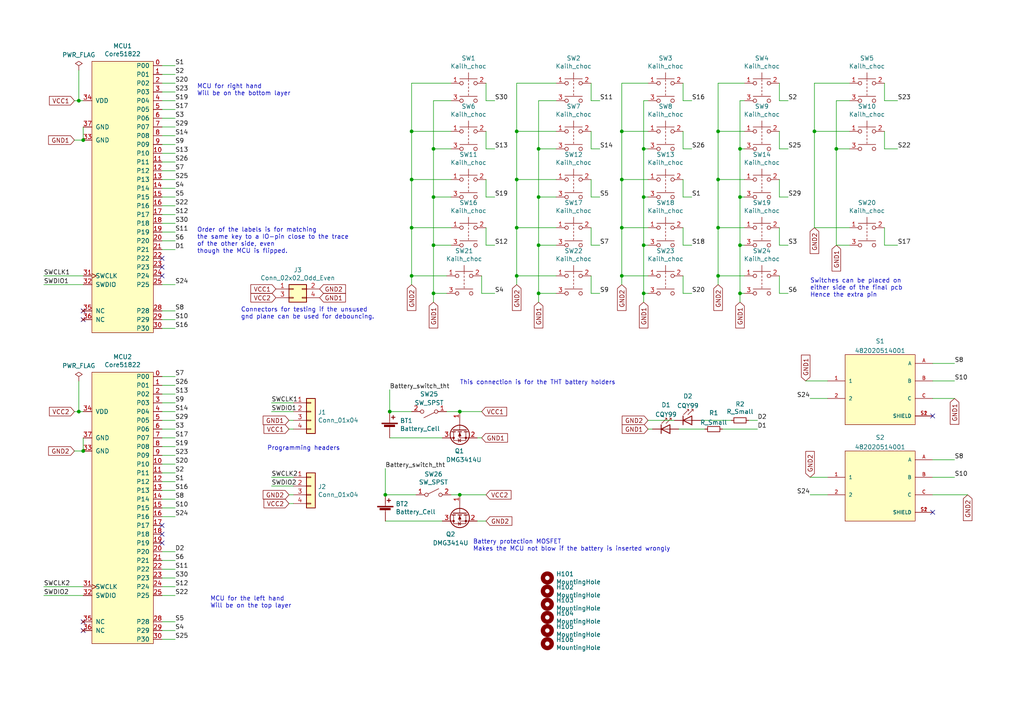
<source format=kicad_sch>
(kicad_sch (version 20211123) (generator eeschema)
  (paper "A4")
  (title_block (title "Botkeeb") (date "2020-11-13") (rev "1.0") (company "Mojitas upcoming company"))
  (lib_symbols
    (symbol "Connector_Generic:Conn_01x04" (pin_names (offset 1.016) hide)
      (property "Reference" "J" (at 0 5.08 0))
      (property "Value" "Conn_01x04" (at 0 -7.62 0))
      (symbol "Conn_01x04_1_1"
        (rectangle (start -1.27 -4.953) (end 0 -5.207) (stroke (width 0.1524)))
        (rectangle (start -1.27 -2.413) (end 0 -2.667) (stroke (width 0.1524)))
        (rectangle (start -1.27 0.127) (end 0 -0.127) (stroke (width 0.1524)))
        (rectangle (start -1.27 2.667) (end 0 2.413) (stroke (width 0.1524)))
        (rectangle (start -1.27 3.81) (end 1.27 -6.35) (stroke (width 0.254)) (fill (type background)))
        (pin passive line (at -5.08 2.54 0) (length 3.81) (name "Pin_1") (number "1"))
        (pin passive line (at -5.08 0 0) (length 3.81) (name "Pin_2") (number "2"))
        (pin passive line (at -5.08 -2.54 0) (length 3.81) (name "Pin_3") (number "3"))
        (pin passive line (at -5.08 -5.08 0) (length 3.81) (name "Pin_4") (number "4"))
      )
    )
    (symbol "Connector_Generic:Conn_02x02_Odd_Even" (pin_names (offset 1.016) hide)
      (property "Reference" "J" (at 1.27 2.54 0))
      (property "Value" "Conn_02x02_Odd_Even" (at 1.27 -5.08 0))
      (symbol "Conn_02x02_Odd_Even_1_1"
        (rectangle (start -1.27 -2.413) (end 0 -2.667) (stroke (width 0.1524)))
        (rectangle (start -1.27 0.127) (end 0 -0.127) (stroke (width 0.1524)))
        (rectangle (start -1.27 1.27) (end 3.81 -3.81) (stroke (width 0.254)) (fill (type background)))
        (rectangle (start 3.81 -2.413) (end 2.54 -2.667) (stroke (width 0.1524)))
        (rectangle (start 3.81 0.127) (end 2.54 -0.127) (stroke (width 0.1524)))
        (pin passive line (at -5.08 0 0) (length 3.81) (name "Pin_1") (number "1"))
        (pin passive line (at 7.62 0 180) (length 3.81) (name "Pin_2") (number "2"))
        (pin passive line (at -5.08 -2.54 0) (length 3.81) (name "Pin_3") (number "3"))
        (pin passive line (at 7.62 -2.54 180) (length 3.81) (name "Pin_4") (number "4"))
      )
    )
    (symbol "Device:Battery_Cell" (pin_numbers hide) (pin_names (offset 0) hide)
      (property "Reference" "BT" (at 2.54 2.54 0))
      (property "Value" "Battery_Cell" (at 2.54 0 0))
      (symbol "Battery_Cell_0_1"
        (rectangle (start -2.286 1.778) (end 2.286 1.524) (fill (type outline)))
        (rectangle (start -1.5748 1.1938) (end 1.4732 0.6858) (fill (type outline)))
        (polyline (pts (xy 0 0.762) (xy 0 0)))
        (polyline (pts (xy 0 1.778) (xy 0 2.54)))
        (polyline (pts (xy 0.508 3.429) (xy 1.524 3.429)) (stroke (width 0.254)))
        (polyline (pts (xy 1.016 3.937) (xy 1.016 2.921)) (stroke (width 0.254)))
      )
      (symbol "Battery_Cell_1_1"
        (pin passive line (at 0 5.08 270) (length 2.54) (name "+") (number "1"))
        (pin passive line (at 0 -2.54 90) (length 2.54) (name "-") (number "2"))
      )
    )
    (symbol "Device:R_Small" (pin_numbers hide) (pin_names (offset 0.254) hide)
      (property "Reference" "R" (at 0.762 0.508 0))
      (property "Value" "R_Small" (at 0.762 -1.016 0))
      (symbol "R_Small_0_1"
        (rectangle (start -0.762 1.778) (end 0.762 -1.778) (stroke (width 0.2032)))
      )
      (symbol "R_Small_1_1"
        (pin passive line (at 0 2.54 270) (length 0.762) (name "~") (number "1"))
        (pin passive line (at 0 -2.54 90) (length 0.762) (name "~") (number "2"))
      )
    )
    (symbol "LED:CQY99" (pin_numbers hide) (pin_names (offset 1.016) hide)
      (property "Reference" "D" (at 0.508 1.778 0))
      (property "Value" "CQY99" (at -1.016 -2.794 0))
      (symbol "CQY99_0_1"
        (polyline (pts (xy -2.54 1.27) (xy -2.54 -1.27)) (stroke (width 0.254)))
        (polyline (pts (xy 0 0) (xy -2.54 0)))
        (polyline (pts (xy 0.381 3.175) (xy -0.127 3.175)))
        (polyline (pts (xy -1.143 1.651) (xy 0.381 3.175) (xy 0.381 2.667)))
        (polyline (pts (xy 0 -1.27) (xy -2.54 0) (xy 0 1.27) (xy 0 -1.27)) (stroke (width 0.254)))
        (polyline (pts (xy -2.413 1.651) (xy -0.889 3.175) (xy -0.889 2.667) (xy -0.889 3.175) (xy -1.397 3.175)))
      )
      (symbol "CQY99_1_1"
        (pin passive line (at -5.08 0 0) (length 2.54) (name "K") (number "1"))
        (pin passive line (at 2.54 0 180) (length 2.54) (name "A") (number "2"))
      )
    )
    (symbol "MDU_solar:482020514001" (pin_names (offset 1.016))
      (property "Reference" "S" (at -10.16 11.43 0))
      (property "Value" "482020514001" (at -10.16 -12.7 0))
      (symbol "482020514001_0_0"
        (rectangle (start -10.16 -10.16) (end 10.16 10.16) (stroke (width 0.1524)) (fill (type background)))
        (pin passive line (at -15.24 2.54 0) (length 5.08) (name "1") (number "1"))
        (pin passive line (at -15.24 -2.54 0) (length 5.08) (name "2") (number "2"))
        (pin passive line (at 15.24 7.62 180) (length 5.08) (name "A") (number "A"))
        (pin passive line (at 15.24 2.54 180) (length 5.08) (name "B") (number "B"))
        (pin passive line (at 15.24 -2.54 180) (length 5.08) (name "C") (number "C"))
        (pin passive line (at 15.24 -7.62 180) (length 5.08) (name "SHIELD") (number "S1"))
        (pin passive line (at 15.24 -7.62 180) (length 5.08) (name "SHIELD") (number "S2"))
      )
    )
    (symbol "Mathias_ergo-rescue:Core51822-User" (pin_names (offset 1.016))
      (property "Reference" "U" (at 0 -35.56 0))
      (property "Value" "Core51822-User" (at -2.54 0 0))
      (symbol "Core51822-User_0_1"
        (rectangle (start -8.89 41.91) (end 8.89 -36.83) (fill (type background)))
      )
      (symbol "Core51822-User_1_1"
        (pin bidirectional line (at 11.43 40.64 180) (length 2.54) (name "P00") (number "0"))
        (pin bidirectional line (at 11.43 38.1 180) (length 2.54) (name "P01") (number "1"))
        (pin bidirectional line (at 11.43 15.24 180) (length 2.54) (name "P10") (number "10"))
        (pin bidirectional line (at 11.43 12.7 180) (length 2.54) (name "P11") (number "11"))
        (pin bidirectional line (at 11.43 10.16 180) (length 2.54) (name "P12") (number "12"))
        (pin bidirectional line (at 11.43 7.62 180) (length 2.54) (name "P13") (number "13"))
        (pin bidirectional line (at 11.43 5.08 180) (length 2.54) (name "P14") (number "14"))
        (pin bidirectional line (at 11.43 2.54 180) (length 2.54) (name "P15") (number "15"))
        (pin bidirectional line (at 11.43 0 180) (length 2.54) (name "P16") (number "16"))
        (pin bidirectional line (at 11.43 -2.54 180) (length 2.54) (name "P17") (number "17"))
        (pin bidirectional line (at 11.43 -5.08 180) (length 2.54) (name "P18") (number "18"))
        (pin bidirectional line (at 11.43 -7.62 180) (length 2.54) (name "P19") (number "19"))
        (pin bidirectional line (at 11.43 35.56 180) (length 2.54) (name "P02") (number "2"))
        (pin bidirectional line (at 11.43 -10.16 180) (length 2.54) (name "P20") (number "20"))
        (pin bidirectional line (at 11.43 -12.7 180) (length 2.54) (name "P21") (number "21"))
        (pin bidirectional line (at 11.43 -15.24 180) (length 2.54) (name "P22") (number "22"))
        (pin bidirectional line (at 11.43 -17.78 180) (length 2.54) (name "P23") (number "23"))
        (pin bidirectional line (at 11.43 -20.32 180) (length 2.54) (name "P24") (number "24"))
        (pin bidirectional line (at 11.43 -22.86 180) (length 2.54) (name "P25") (number "25"))
        (pin bidirectional line (at 11.43 -30.48 180) (length 2.54) (name "P28") (number "28"))
        (pin bidirectional line (at 11.43 -33.02 180) (length 2.54) (name "P29") (number "29"))
        (pin bidirectional line (at 11.43 33.02 180) (length 2.54) (name "P03") (number "3"))
        (pin bidirectional line (at 11.43 -35.56 180) (length 2.54) (name "P30") (number "30"))
        (pin input clock (at -11.43 -20.32 0) (length 2.54) (name "SWCLK") (number "31"))
        (pin input line (at -11.43 -22.86 0) (length 2.54) (name "SWDIO") (number "32"))
        (pin passive line (at -11.43 19.05 0) (length 2.54) (name "GND") (number "33"))
        (pin power_in line (at -11.43 30.48 0) (length 2.54) (name "VDD") (number "34"))
        (pin no_connect line (at -11.43 -30.48 0) (length 2.54) (name "NC") (number "35"))
        (pin no_connect line (at -11.43 -33.02 0) (length 2.54) (name "NC") (number "36"))
        (pin passive line (at -11.43 22.86 0) (length 2.54) (name "GND") (number "37"))
        (pin bidirectional line (at 11.43 30.48 180) (length 2.54) (name "P04") (number "4"))
        (pin bidirectional line (at 11.43 27.94 180) (length 2.54) (name "P05") (number "5"))
        (pin bidirectional line (at 11.43 25.4 180) (length 2.54) (name "P06") (number "6"))
        (pin bidirectional line (at 11.43 22.86 180) (length 2.54) (name "P07") (number "7"))
        (pin bidirectional line (at 11.43 20.32 180) (length 2.54) (name "P08") (number "8"))
        (pin bidirectional line (at 11.43 17.78 180) (length 2.54) (name "P09") (number "9"))
      )
    )
    (symbol "Mathias_ergo-rescue:SW_Push_Dual-User_Switch" (pin_names (offset 1.016) hide)
      (property "Reference" "SW" (at 1.27 2.54 0))
      (property "Value" "SW_Push_Dual-User_Switch" (at 0 -6.858 0))
      (symbol "SW_Push_Dual-User_Switch_0_1"
        (circle (center -2.032 -5.08) (radius 0.508))
        (circle (center -2.032 0) (radius 0.508))
        (polyline (pts (xy 0 -3.048) (xy 0 -3.556)))
        (polyline (pts (xy 0 -2.032) (xy 0 -2.54)))
        (polyline (pts (xy 0 -1.524) (xy 0 -1.016)))
        (polyline (pts (xy 0 -0.508) (xy 0 0)))
        (polyline (pts (xy 0 0.508) (xy 0 1.016)))
        (polyline (pts (xy 0 1.27) (xy 0 3.048)))
        (polyline (pts (xy 2.54 -3.81) (xy -2.54 -3.81)))
        (polyline (pts (xy 2.54 1.27) (xy -2.54 1.27)))
        (circle (center 2.032 -5.08) (radius 0.508))
        (circle (center 2.032 0) (radius 0.508))
        (pin passive line (at -5.08 0 0) (length 2.54) (name "1") (number "1"))
        (pin passive line (at 5.08 0 180) (length 2.54) (name "2") (number "2"))
        (pin passive line (at -5.08 -5.08 0) (length 2.54) (name "3") (number "3"))
      )
    )
    (symbol "Mechanical:MountingHole" (pin_names (offset 1.016))
      (property "Reference" "H" (at 0 5.08 0))
      (property "Value" "MountingHole" (at 0 3.175 0))
      (symbol "MountingHole_0_1"
        (circle (center 0 0) (radius 1.27) (stroke (width 1.27)))
      )
    )
    (symbol "Switch:SW_SPST" (pin_names (offset 0) hide)
      (property "Reference" "SW" (at 0 3.175 0))
      (property "Value" "SW_SPST" (at 0 -2.54 0))
      (symbol "SW_SPST_0_0"
        (circle (center -2.032 0) (radius 0.508))
        (polyline (pts (xy -1.524 0.254) (xy 1.524 1.778)))
        (circle (center 2.032 0) (radius 0.508))
      )
      (symbol "SW_SPST_1_1"
        (pin passive line (at -5.08 0 0) (length 2.54) (name "A") (number "1"))
        (pin passive line (at 5.08 0 180) (length 2.54) (name "B") (number "2"))
      )
    )
    (symbol "Transistor_FET:DMG3414U" (pin_names hide)
      (property "Reference" "Q" (at 5.08 1.905 0))
      (property "Value" "DMG3414U" (at 5.08 0 0))
      (symbol "DMG3414U_0_1"
        (polyline (pts (xy 0.254 0) (xy -2.54 0)))
        (polyline (pts (xy 0.254 1.905) (xy 0.254 -1.905)) (stroke (width 0.254)))
        (polyline (pts (xy 0.762 -1.27) (xy 0.762 -2.286)) (stroke (width 0.254)))
        (polyline (pts (xy 0.762 0.508) (xy 0.762 -0.508)) (stroke (width 0.254)))
        (polyline (pts (xy 0.762 2.286) (xy 0.762 1.27)) (stroke (width 0.254)))
        (polyline (pts (xy 2.54 2.54) (xy 2.54 1.778)))
        (polyline (pts (xy 2.54 -2.54) (xy 2.54 0) (xy 0.762 0)))
        (polyline (pts (xy 0.762 -1.778) (xy 3.302 -1.778) (xy 3.302 1.778) (xy 0.762 1.778)))
        (polyline (pts (xy 1.016 0) (xy 2.032 0.381) (xy 2.032 -0.381) (xy 1.016 0)) (fill (type outline)))
        (polyline (pts (xy 2.794 0.508) (xy 2.921 0.381) (xy 3.683 0.381) (xy 3.81 0.254)))
        (polyline (pts (xy 3.302 0.381) (xy 2.921 -0.254) (xy 3.683 -0.254) (xy 3.302 0.381)))
        (circle (center 1.651 0) (radius 2.794) (stroke (width 0.254)))
        (circle (center 2.54 -1.778) (radius 0.254) (fill (type outline)))
        (circle (center 2.54 1.778) (radius 0.254) (fill (type outline)))
      )
      (symbol "DMG3414U_1_1"
        (pin input line (at -5.08 0 0) (length 2.54) (name "G") (number "1"))
        (pin passive line (at 2.54 -5.08 90) (length 2.54) (name "S") (number "2"))
        (pin passive line (at 2.54 5.08 270) (length 2.54) (name "D") (number "3"))
      )
    )
    (symbol "power:PWR_FLAG" (power) (pin_numbers hide) (pin_names (offset 0) hide)
      (property "Value" "PWR_FLAG" (at 0 3.81 0))
      (symbol "PWR_FLAG_0_0"
        (pin power_out line (at 0 0 90) (length 0) (name "pwr") (number "1"))
      )
      (symbol "PWR_FLAG_0_1"
        (polyline (pts (xy 0 0) (xy 0 1.27) (xy -1.016 1.905) (xy 0 2.54) (xy 1.016 1.905) (xy 0 1.27)))
      )
    )
  )
  (junction (at 113.03 119.38))
  (junction (at 208.28 52.07))
  (junction (at 180.34 52.07))
  (junction (at 186.69 43.18))
  (junction (at 180.34 80.01))
  (junction (at 236.22 38.1))
  (junction (at 214.63 85.09))
  (junction (at 125.73 71.12))
  (junction (at 242.57 43.18))
  (junction (at 214.63 57.15))
  (junction (at 24.13 40.64))
  (junction (at 24.13 130.81))
  (junction (at 149.86 80.01))
  (junction (at 125.73 57.15))
  (junction (at 119.38 66.04))
  (junction (at 156.21 43.18))
  (junction (at 208.28 66.04))
  (junction (at 22.86 29.21))
  (junction (at 156.21 85.09))
  (junction (at 186.69 57.15))
  (junction (at 214.63 71.12))
  (junction (at 22.86 119.38))
  (junction (at 186.69 85.09))
  (junction (at 208.28 38.1))
  (junction (at 149.86 66.04))
  (junction (at 156.21 71.12))
  (junction (at 208.28 80.01))
  (junction (at 119.38 38.1))
  (junction (at 125.73 43.18))
  (junction (at 149.86 52.07))
  (junction (at 133.35 143.51))
  (junction (at 214.63 43.18))
  (junction (at 156.21 57.15))
  (junction (at 119.38 52.07))
  (junction (at 119.38 80.01))
  (junction (at 111.76 143.51))
  (junction (at 186.69 71.12))
  (junction (at 180.34 38.1))
  (junction (at 125.73 85.09))
  (junction (at 180.34 66.04))
  (junction (at 149.86 38.1))
  (junction (at 133.35 119.38))
  (no_connect (at 46.99 77.47))
  (no_connect (at 24.13 182.88))
  (no_connect (at 46.99 80.01))
  (no_connect (at 24.13 90.17))
  (no_connect (at 46.99 157.48))
  (no_connect (at 46.99 154.94))
  (no_connect (at 24.13 92.71))
  (no_connect (at 270.51 120.65))
  (no_connect (at 46.99 152.4))
  (no_connect (at 24.13 180.34))
  (no_connect (at 46.99 74.93))
  (no_connect (at 270.51 148.59))
  (wire (pts (xy 85.09 124.46) (xy 83.82 124.46)))
  (wire (pts (xy 12.7 80.01) (xy 24.13 80.01)))
  (wire (pts (xy 156.21 43.18) (xy 156.21 57.15)))
  (wire (pts (xy 46.99 52.07) (xy 50.8 52.07)))
  (wire (pts (xy 125.73 29.21) (xy 125.73 43.18)))
  (wire (pts (xy 119.38 66.04) (xy 130.81 66.04)))
  (wire (pts (xy 46.99 57.15) (xy 50.8 57.15)))
  (wire (pts (xy 143.51 57.15) (xy 140.97 57.15)))
  (wire (pts (xy 214.63 71.12) (xy 214.63 85.09)))
  (wire (pts (xy 208.28 80.01) (xy 208.28 82.55)))
  (wire (pts (xy 180.34 24.13) (xy 180.34 38.1)))
  (wire (pts (xy 133.35 143.51) (xy 130.81 143.51)))
  (wire (pts (xy 149.86 66.04) (xy 149.86 80.01)))
  (wire (pts (xy 214.63 43.18) (xy 214.63 57.15)))
  (wire (pts (xy 180.34 38.1) (xy 180.34 52.07)))
  (wire (pts (xy 46.99 39.37) (xy 50.8 39.37)))
  (wire (pts (xy 46.99 62.23) (xy 50.8 62.23)))
  (wire (pts (xy 180.34 38.1) (xy 187.96 38.1)))
  (wire (pts (xy 46.99 167.64) (xy 50.8 167.64)))
  (wire (pts (xy 21.59 29.21) (xy 22.86 29.21)))
  (wire (pts (xy 226.06 80.01) (xy 226.06 85.09)))
  (wire (pts (xy 198.12 24.13) (xy 198.12 29.21)))
  (wire (pts (xy 113.03 113.03) (xy 113.03 119.38)))
  (wire (pts (xy 46.99 82.55) (xy 50.8 82.55)))
  (wire (pts (xy 149.86 38.1) (xy 149.86 52.07)))
  (wire (pts (xy 171.45 43.18) (xy 173.99 43.18)))
  (wire (pts (xy 171.45 66.04) (xy 171.45 71.12)))
  (wire (pts (xy 198.12 52.07) (xy 198.12 57.15)))
  (wire (pts (xy 12.7 172.72) (xy 24.13 172.72)))
  (wire (pts (xy 208.28 38.1) (xy 215.9 38.1)))
  (wire (pts (xy 125.73 85.09) (xy 125.73 87.63)))
  (wire (pts (xy 46.99 41.91) (xy 50.8 41.91)))
  (wire (pts (xy 119.38 38.1) (xy 119.38 52.07)))
  (wire (pts (xy 140.97 143.51) (xy 133.35 143.51)))
  (wire (pts (xy 242.57 29.21) (xy 242.57 43.18)))
  (wire (pts (xy 149.86 38.1) (xy 161.29 38.1)))
  (wire (pts (xy 200.66 71.12) (xy 198.12 71.12)))
  (wire (pts (xy 119.38 38.1) (xy 130.81 38.1)))
  (wire (pts (xy 226.06 52.07) (xy 226.06 57.15)))
  (wire (pts (xy 270.51 115.57) (xy 276.86 115.57)))
  (wire (pts (xy 236.22 38.1) (xy 246.38 38.1)))
  (wire (pts (xy 139.7 80.01) (xy 139.7 85.09)))
  (wire (pts (xy 180.34 66.04) (xy 180.34 80.01)))
  (wire (pts (xy 85.09 116.84) (xy 78.74 116.84)))
  (wire (pts (xy 236.22 24.13) (xy 236.22 38.1)))
  (wire (pts (xy 46.99 44.45) (xy 50.8 44.45)))
  (wire (pts (xy 242.57 43.18) (xy 242.57 71.12)))
  (wire (pts (xy 119.38 52.07) (xy 130.81 52.07)))
  (wire (pts (xy 180.34 52.07) (xy 187.96 52.07)))
  (wire (pts (xy 198.12 29.21) (xy 200.66 29.21)))
  (wire (pts (xy 187.96 24.13) (xy 180.34 24.13)))
  (wire (pts (xy 119.38 66.04) (xy 119.38 80.01)))
  (wire (pts (xy 46.99 90.17) (xy 50.8 90.17)))
  (wire (pts (xy 186.69 29.21) (xy 186.69 43.18)))
  (wire (pts (xy 46.99 124.46) (xy 50.8 124.46)))
  (wire (pts (xy 46.99 54.61) (xy 50.8 54.61)))
  (wire (pts (xy 270.51 110.49) (xy 276.86 110.49)))
  (wire (pts (xy 120.65 143.51) (xy 111.76 143.51)))
  (wire (pts (xy 215.9 29.21) (xy 214.63 29.21)))
  (wire (pts (xy 270.51 143.51) (xy 280.67 143.51)))
  (wire (pts (xy 270.51 133.35) (xy 276.86 133.35)))
  (wire (pts (xy 217.17 121.92) (xy 219.71 121.92)))
  (wire (pts (xy 242.57 71.12) (xy 246.38 71.12)))
  (wire (pts (xy 46.99 116.84) (xy 50.8 116.84)))
  (wire (pts (xy 226.06 85.09) (xy 228.6 85.09)))
  (wire (pts (xy 133.35 119.38) (xy 139.7 119.38)))
  (wire (pts (xy 233.68 110.49) (xy 240.03 110.49)))
  (wire (pts (xy 50.8 137.16) (xy 46.99 137.16)))
  (wire (pts (xy 12.7 170.18) (xy 24.13 170.18)))
  (wire (pts (xy 46.99 147.32) (xy 50.8 147.32)))
  (wire (pts (xy 125.73 43.18) (xy 125.73 57.15)))
  (wire (pts (xy 187.96 29.21) (xy 186.69 29.21)))
  (wire (pts (xy 24.13 127) (xy 24.13 130.81)))
  (wire (pts (xy 138.43 127) (xy 139.7 127)))
  (wire (pts (xy 187.96 43.18) (xy 186.69 43.18)))
  (wire (pts (xy 46.99 160.02) (xy 50.8 160.02)))
  (wire (pts (xy 156.21 85.09) (xy 156.21 87.63)))
  (wire (pts (xy 128.27 127) (xy 113.03 127)))
  (wire (pts (xy 226.06 24.13) (xy 226.06 29.21)))
  (wire (pts (xy 226.06 29.21) (xy 228.6 29.21)))
  (wire (pts (xy 171.45 52.07) (xy 171.45 57.15)))
  (wire (pts (xy 161.29 24.13) (xy 149.86 24.13)))
  (wire (pts (xy 196.85 124.46) (xy 204.47 124.46)))
  (wire (pts (xy 208.28 38.1) (xy 208.28 52.07)))
  (wire (pts (xy 161.29 43.18) (xy 156.21 43.18)))
  (wire (pts (xy 214.63 57.15) (xy 214.63 71.12)))
  (wire (pts (xy 46.99 72.39) (xy 50.8 72.39)))
  (wire (pts (xy 234.95 143.51) (xy 240.03 143.51)))
  (wire (pts (xy 214.63 85.09) (xy 214.63 87.63)))
  (wire (pts (xy 119.38 52.07) (xy 119.38 66.04)))
  (wire (pts (xy 208.28 24.13) (xy 208.28 38.1)))
  (wire (pts (xy 46.99 111.76) (xy 50.8 111.76)))
  (wire (pts (xy 130.81 43.18) (xy 125.73 43.18)))
  (wire (pts (xy 78.74 140.97) (xy 85.09 140.97)))
  (wire (pts (xy 187.96 124.46) (xy 189.23 124.46)))
  (wire (pts (xy 180.34 66.04) (xy 187.96 66.04)))
  (wire (pts (xy 256.54 66.04) (xy 256.54 71.12)))
  (wire (pts (xy 198.12 38.1) (xy 198.12 43.18)))
  (wire (pts (xy 12.7 82.55) (xy 24.13 82.55)))
  (wire (pts (xy 22.86 20.32) (xy 22.86 29.21)))
  (wire (pts (xy 46.99 64.77) (xy 50.8 64.77)))
  (wire (pts (xy 180.34 52.07) (xy 180.34 66.04)))
  (wire (pts (xy 226.06 66.04) (xy 226.06 71.12)))
  (wire (pts (xy 149.86 52.07) (xy 161.29 52.07)))
  (wire (pts (xy 198.12 43.18) (xy 200.66 43.18)))
  (wire (pts (xy 234.95 138.43) (xy 240.03 138.43)))
  (wire (pts (xy 186.69 43.18) (xy 186.69 57.15)))
  (wire (pts (xy 149.86 80.01) (xy 149.86 82.55)))
  (wire (pts (xy 46.99 46.99) (xy 50.8 46.99)))
  (wire (pts (xy 180.34 80.01) (xy 187.96 80.01)))
  (wire (pts (xy 171.45 29.21) (xy 173.99 29.21)))
  (wire (pts (xy 125.73 29.21) (xy 130.81 29.21)))
  (wire (pts (xy 125.73 71.12) (xy 125.73 85.09)))
  (wire (pts (xy 208.28 80.01) (xy 215.9 80.01)))
  (wire (pts (xy 143.51 43.18) (xy 140.97 43.18)))
  (wire (pts (xy 156.21 29.21) (xy 156.21 43.18)))
  (wire (pts (xy 209.55 124.46) (xy 219.71 124.46)))
  (wire (pts (xy 226.06 57.15) (xy 228.6 57.15)))
  (wire (pts (xy 171.45 57.15) (xy 173.99 57.15)))
  (wire (pts (xy 50.8 21.59) (xy 46.99 21.59)))
  (wire (pts (xy 187.96 71.12) (xy 186.69 71.12)))
  (wire (pts (xy 119.38 80.01) (xy 119.38 82.55)))
  (wire (pts (xy 187.96 57.15) (xy 186.69 57.15)))
  (wire (pts (xy 171.45 24.13) (xy 171.45 29.21)))
  (wire (pts (xy 171.45 71.12) (xy 173.99 71.12)))
  (wire (pts (xy 50.8 19.05) (xy 46.99 19.05)))
  (wire (pts (xy 22.86 29.21) (xy 24.13 29.21)))
  (wire (pts (xy 46.99 67.31) (xy 50.8 67.31)))
  (wire (pts (xy 46.99 142.24) (xy 50.8 142.24)))
  (wire (pts (xy 119.38 80.01) (xy 129.54 80.01)))
  (wire (pts (xy 46.99 109.22) (xy 50.8 109.22)))
  (wire (pts (xy 85.09 119.38) (xy 78.74 119.38)))
  (wire (pts (xy 50.8 144.78) (xy 46.99 144.78)))
  (wire (pts (xy 50.8 95.25) (xy 46.99 95.25)))
  (wire (pts (xy 242.57 43.18) (xy 246.38 43.18)))
  (wire (pts (xy 83.82 143.51) (xy 85.09 143.51)))
  (wire (pts (xy 140.97 24.13) (xy 140.97 29.21)))
  (wire (pts (xy 46.99 165.1) (xy 50.8 165.1)))
  (wire (pts (xy 226.06 38.1) (xy 226.06 43.18)))
  (wire (pts (xy 50.8 114.3) (xy 46.99 114.3)))
  (wire (pts (xy 149.86 66.04) (xy 161.29 66.04)))
  (wire (pts (xy 236.22 66.04) (xy 246.38 66.04)))
  (wire (pts (xy 246.38 29.21) (xy 242.57 29.21)))
  (wire (pts (xy 46.99 121.92) (xy 50.8 121.92)))
  (wire (pts (xy 46.99 36.83) (xy 50.8 36.83)))
  (wire (pts (xy 130.81 57.15) (xy 125.73 57.15)))
  (wire (pts (xy 21.59 119.38) (xy 22.86 119.38)))
  (wire (pts (xy 50.8 92.71) (xy 46.99 92.71)))
  (wire (pts (xy 198.12 66.04) (xy 198.12 71.12)))
  (wire (pts (xy 46.99 170.18) (xy 50.8 170.18)))
  (wire (pts (xy 156.21 29.21) (xy 161.29 29.21)))
  (wire (pts (xy 171.45 38.1) (xy 171.45 43.18)))
  (wire (pts (xy 111.76 135.89) (xy 111.76 143.51)))
  (wire (pts (xy 161.29 71.12) (xy 156.21 71.12)))
  (wire (pts (xy 208.28 66.04) (xy 208.28 80.01)))
  (wire (pts (xy 113.03 119.38) (xy 119.38 119.38)))
  (wire (pts (xy 46.99 26.67) (xy 50.8 26.67)))
  (wire (pts (xy 236.22 38.1) (xy 236.22 66.04)))
  (wire (pts (xy 187.96 121.92) (xy 195.58 121.92)))
  (wire (pts (xy 187.96 85.09) (xy 186.69 85.09)))
  (wire (pts (xy 21.59 40.64) (xy 24.13 40.64)))
  (wire (pts (xy 78.74 138.43) (xy 85.09 138.43)))
  (wire (pts (xy 46.99 49.53) (xy 50.8 49.53)))
  (wire (pts (xy 161.29 57.15) (xy 156.21 57.15)))
  (wire (pts (xy 214.63 85.09) (xy 215.9 85.09)))
  (wire (pts (xy 198.12 57.15) (xy 200.66 57.15)))
  (wire (pts (xy 139.7 85.09) (xy 143.51 85.09)))
  (wire (pts (xy 270.51 138.43) (xy 276.86 138.43)))
  (wire (pts (xy 215.9 24.13) (xy 208.28 24.13)))
  (wire (pts (xy 226.06 71.12) (xy 228.6 71.12)))
  (wire (pts (xy 46.99 132.08) (xy 50.8 132.08)))
  (wire (pts (xy 226.06 43.18) (xy 228.6 43.18)))
  (wire (pts (xy 46.99 149.86) (xy 50.8 149.86)))
  (wire (pts (xy 138.43 151.13) (xy 140.97 151.13)))
  (wire (pts (xy 46.99 127) (xy 50.8 127)))
  (wire (pts (xy 130.81 71.12) (xy 125.73 71.12)))
  (wire (pts (xy 256.54 71.12) (xy 260.35 71.12)))
  (wire (pts (xy 140.97 29.21) (xy 143.51 29.21)))
  (wire (pts (xy 140.97 71.12) (xy 143.51 71.12)))
  (wire (pts (xy 156.21 71.12) (xy 156.21 85.09)))
  (wire (pts (xy 50.8 134.62) (xy 46.99 134.62)))
  (wire (pts (xy 46.99 31.75) (xy 50.8 31.75)))
  (wire (pts (xy 171.45 85.09) (xy 173.99 85.09)))
  (wire (pts (xy 46.99 180.34) (xy 50.8 180.34)))
  (wire (pts (xy 21.59 130.81) (xy 24.13 130.81)))
  (wire (pts (xy 214.63 29.21) (xy 214.63 43.18)))
  (wire (pts (xy 50.8 69.85) (xy 46.99 69.85)))
  (wire (pts (xy 46.99 182.88) (xy 50.8 182.88)))
  (wire (pts (xy 198.12 85.09) (xy 200.66 85.09)))
  (wire (pts (xy 85.09 121.92) (xy 83.82 121.92)))
  (wire (pts (xy 186.69 85.09) (xy 186.69 87.63)))
  (wire (pts (xy 50.8 162.56) (xy 46.99 162.56)))
  (wire (pts (xy 46.99 119.38) (xy 50.8 119.38)))
  (wire (pts (xy 198.12 80.01) (xy 198.12 85.09)))
  (wire (pts (xy 215.9 71.12) (xy 214.63 71.12)))
  (wire (pts (xy 256.54 24.13) (xy 256.54 29.21)))
  (wire (pts (xy 234.95 115.57) (xy 240.03 115.57)))
  (wire (pts (xy 208.28 66.04) (xy 215.9 66.04)))
  (wire (pts (xy 46.99 34.29) (xy 50.8 34.29)))
  (wire (pts (xy 140.97 66.04) (xy 140.97 71.12)))
  (wire (pts (xy 246.38 24.13) (xy 236.22 24.13)))
  (wire (pts (xy 22.86 119.38) (xy 22.86 110.49)))
  (wire (pts (xy 83.82 146.05) (xy 85.09 146.05)))
  (wire (pts (xy 180.34 80.01) (xy 180.34 82.55)))
  (wire (pts (xy 156.21 57.15) (xy 156.21 71.12)))
  (wire (pts (xy 22.86 119.38) (xy 24.13 119.38)))
  (wire (pts (xy 161.29 85.09) (xy 156.21 85.09)))
  (wire (pts (xy 46.99 24.13) (xy 50.8 24.13)))
  (wire (pts (xy 203.2 121.92) (xy 212.09 121.92)))
  (wire (pts (xy 140.97 52.07) (xy 140.97 57.15)))
  (wire (pts (xy 208.28 52.07) (xy 208.28 66.04)))
  (wire (pts (xy 46.99 29.21) (xy 50.8 29.21)))
  (wire (pts (xy 46.99 172.72) (xy 50.8 172.72)))
  (wire (pts (xy 133.35 119.38) (xy 129.54 119.38)))
  (wire (pts (xy 149.86 80.01) (xy 161.29 80.01)))
  (wire (pts (xy 128.27 151.13) (xy 111.76 151.13)))
  (wire (pts (xy 270.51 105.41) (xy 276.86 105.41)))
  (wire (pts (xy 256.54 38.1) (xy 256.54 43.18)))
  (wire (pts (xy 186.69 71.12) (xy 186.69 85.09)))
  (wire (pts (xy 125.73 57.15) (xy 125.73 71.12)))
  (wire (pts (xy 46.99 139.7) (xy 50.8 139.7)))
  (wire (pts (xy 119.38 24.13) (xy 119.38 38.1)))
  (wire (pts (xy 140.97 38.1) (xy 140.97 43.18)))
  (wire (pts (xy 149.86 24.13) (xy 149.86 38.1)))
  (wire (pts (xy 186.69 57.15) (xy 186.69 71.12)))
  (wire (pts (xy 149.86 52.07) (xy 149.86 66.04)))
  (wire (pts (xy 215.9 43.18) (xy 214.63 43.18)))
  (wire (pts (xy 125.73 85.09) (xy 129.54 85.09)))
  (wire (pts (xy 256.54 29.21) (xy 260.35 29.21)))
  (wire (pts (xy 215.9 57.15) (xy 214.63 57.15)))
  (wire (pts (xy 46.99 185.42) (xy 50.8 185.42)))
  (wire (pts (xy 24.13 36.83) (xy 24.13 40.64)))
  (wire (pts (xy 208.28 52.07) (xy 215.9 52.07)))
  (wire (pts (xy 130.81 24.13) (xy 119.38 24.13)))
  (wire (pts (xy 46.99 59.69) (xy 50.8 59.69)))
  (wire (pts (xy 256.54 43.18) (xy 260.35 43.18)))
  (wire (pts (xy 46.99 129.54) (xy 50.8 129.54)))
  (wire (pts (xy 171.45 80.01) (xy 171.45 85.09)))
  (text "MCU for the left hand\nWill be on the top layer" (at 60.96 176.53 0) (effects (font (size 1.27 1.27)) (justify left bottom)))
  (text "MCU for right hand\nWill be on the bottom layer\n" (at 57.15 27.94 0) (effects (font (size 1.27 1.27)) (justify left bottom)))
  (text "This connection is for the THT battery holders" (at 133.35 111.76 0) (effects (font (size 1.27 1.27)) (justify left bottom)))
  (text "Connectors for testing if the unsused\ngnd plane can be used for debouncing." (at 69.85 92.71 0) (effects (font (size 1.27 1.27)) (justify left bottom)))
  (text "Switches can be placed on \neither side of the final pcb\nHence the extra pin" (at 234.95 86.36 0) (effects (font (size 1.27 1.27)) (justify left bottom)))
  (text "Order of the labels is for matching\nthe same key to a IO-pin close to the trace\nof the other side, even\nthough the MCU is flipped." (at 57.15 73.66 0) (effects (font (size 1.27 1.27)) (justify left bottom)))
  (text "Battery protection MOSFET\nMakes the MCU not blow if the battery is inserted wrongly" (at 137.16 160.02 0) (effects (font (size 1.27 1.27)) (justify left bottom)))
  (text "Programming headers" (at 77.47 130.81 0) (effects (font (size 1.27 1.27)) (justify left bottom)))
  (label "S10" (at 276.86 110.49 0))
  (label "S26" (at 50.8 46.99 0))
  (label "S13" (at 50.8 114.3 0))
  (label "S19" (at 143.51 57.15 0))
  (label "S11" (at 50.8 165.1 0))
  (label "S3" (at 50.8 34.29 0))
  (label "S10" (at 50.8 147.32 0))
  (label "S11" (at 173.99 29.21 0))
  (label "S23" (at 260.35 29.21 0))
  (label "S30" (at 50.8 64.77 0))
  (label "S4" (at 50.8 182.88 0))
  (label "S17" (at 50.8 31.75 0))
  (label "SWDIO2" (at 12.7 172.72 0))
  (label "S19" (at 50.8 129.54 0))
  (label "Battery_switch_tht" (at 111.76 135.89 0))
  (label "S24" (at 234.95 143.51 180))
  (label "S24" (at 50.8 82.55 0))
  (label "S14" (at 173.99 43.18 0))
  (label "S29" (at 228.6 57.15 0))
  (label "S22" (at 50.8 172.72 0))
  (label "S20" (at 50.8 24.13 0))
  (label "S8" (at 276.86 133.35 0))
  (label "S30" (at 50.8 167.64 0))
  (label "Battery_switch_tht" (at 113.03 113.03 0))
  (label "S17" (at 50.8 127 0))
  (label "S8" (at 50.8 144.78 0))
  (label "S12" (at 50.8 62.23 0))
  (label "S5" (at 50.8 57.15 0))
  (label "S19" (at 50.8 29.21 0))
  (label "S14" (at 50.8 39.37 0))
  (label "D1" (at 50.8 72.39 0))
  (label "S1" (at 50.8 139.7 0))
  (label "S6" (at 50.8 69.85 0))
  (label "S23" (at 50.8 132.08 0))
  (label "S23" (at 50.8 26.67 0))
  (label "S29" (at 50.8 36.83 0))
  (label "S6" (at 228.6 85.09 0))
  (label "S8" (at 276.86 105.41 0))
  (label "SWDIO1" (at 12.7 82.55 0))
  (label "SWDIO2" (at 78.74 140.97 0))
  (label "SWCLK2" (at 12.7 170.18 0))
  (label "S24" (at 234.95 115.57 180))
  (label "S17" (at 260.35 71.12 0))
  (label "S7" (at 50.8 109.22 0))
  (label "S3" (at 50.8 124.46 0))
  (label "S8" (at 50.8 90.17 0))
  (label "D2" (at 219.71 121.92 0))
  (label "S9" (at 50.8 41.91 0))
  (label "S20" (at 50.8 134.62 0))
  (label "S5" (at 50.8 180.34 0))
  (label "S2" (at 50.8 21.59 0))
  (label "S2" (at 50.8 137.16 0))
  (label "S6" (at 50.8 162.56 0))
  (label "D2" (at 50.8 160.02 0))
  (label "S1" (at 200.66 57.15 0))
  (label "S11" (at 50.8 67.31 0))
  (label "S20" (at 200.66 85.09 0))
  (label "S26" (at 50.8 111.76 0))
  (label "S13" (at 143.51 43.18 0))
  (label "S1" (at 50.8 19.05 0))
  (label "S29" (at 50.8 121.92 0))
  (label "S7" (at 50.8 49.53 0))
  (label "SWCLK1" (at 78.74 116.84 0))
  (label "S25" (at 50.8 52.07 0))
  (label "SWCLK2" (at 78.74 138.43 0))
  (label "S10" (at 276.86 138.43 0))
  (label "S16" (at 50.8 95.25 0))
  (label "S18" (at 200.66 71.12 0))
  (label "S25" (at 50.8 185.42 0))
  (label "S16" (at 50.8 142.24 0))
  (label "S9" (at 173.99 85.09 0))
  (label "S22" (at 50.8 59.69 0))
  (label "S4" (at 50.8 54.61 0))
  (label "S4" (at 143.51 85.09 0))
  (label "S3" (at 228.6 71.12 0))
  (label "S9" (at 50.8 116.84 0))
  (label "S7" (at 173.99 71.12 0))
  (label "S16" (at 200.66 29.21 0))
  (label "S2" (at 228.6 29.21 0))
  (label "S22" (at 260.35 43.18 0))
  (label "S14" (at 50.8 119.38 0))
  (label "S12" (at 50.8 170.18 0))
  (label "SWCLK1" (at 12.7 80.01 0))
  (label "S13" (at 50.8 44.45 0))
  (label "S30" (at 143.51 29.21 0))
  (label "S25" (at 228.6 43.18 0))
  (label "S24" (at 50.8 149.86 0))
  (label "S12" (at 143.51 71.12 0))
  (label "SWDIO1" (at 78.74 119.38 0))
  (label "S5" (at 173.99 57.15 0))
  (label "S26" (at 200.66 43.18 0))
  (label "S10" (at 50.8 92.71 0))
  (label "D1" (at 219.71 124.46 0))
  (global_label "GND1" (shape input) (at 187.96 124.46 180) (property "Intersheet References" "${INTERSHEET_REFS}" (effects hide)))
  (global_label "GND2" (shape input) (at 92.71 83.82 0) (property "Intersheet References" "${INTERSHEET_REFS}" (effects hide)))
  (global_label "GND1" (shape input) (at 242.57 71.12 270) (property "Intersheet References" "${INTERSHEET_REFS}" (effects hide)))
  (global_label "GND1" (shape input) (at 233.68 110.49 90) (property "Intersheet References" "${INTERSHEET_REFS}" (effects hide)))
  (global_label "GND2" (shape input) (at 83.82 143.51 180) (property "Intersheet References" "${INTERSHEET_REFS}" (effects hide)))
  (global_label "GND2" (shape input) (at 280.67 143.51 270) (property "Intersheet References" "${INTERSHEET_REFS}" (effects hide)))
  (global_label "GND1" (shape input) (at 21.59 40.64 180) (property "Intersheet References" "${INTERSHEET_REFS}" (effects hide)))
  (global_label "GND2" (shape input) (at 234.95 138.43 90) (property "Intersheet References" "${INTERSHEET_REFS}" (effects hide)))
  (global_label "GND1" (shape input) (at 125.73 87.63 270) (property "Intersheet References" "${INTERSHEET_REFS}" (effects hide)))
  (global_label "GND1" (shape input) (at 92.71 86.36 0) (property "Intersheet References" "${INTERSHEET_REFS}" (effects hide)))
  (global_label "VCC2" (shape input) (at 21.59 119.38 180) (property "Intersheet References" "${INTERSHEET_REFS}" (effects hide)))
  (global_label "GND2" (shape input) (at 140.97 151.13 0) (property "Intersheet References" "${INTERSHEET_REFS}" (effects hide)))
  (global_label "GND2" (shape input) (at 180.34 82.55 270) (property "Intersheet References" "${INTERSHEET_REFS}" (effects hide)))
  (global_label "VCC1" (shape input) (at 80.01 83.82 180) (property "Intersheet References" "${INTERSHEET_REFS}" (effects hide)))
  (global_label "GND2" (shape input) (at 149.86 82.55 270) (property "Intersheet References" "${INTERSHEET_REFS}" (effects hide)))
  (global_label "VCC2" (shape input) (at 80.01 86.36 180) (property "Intersheet References" "${INTERSHEET_REFS}" (effects hide)))
  (global_label "GND1" (shape input) (at 156.21 87.63 270) (property "Intersheet References" "${INTERSHEET_REFS}" (effects hide)))
  (global_label "GND1" (shape input) (at 186.69 87.63 270) (property "Intersheet References" "${INTERSHEET_REFS}" (effects hide)))
  (global_label "VCC2" (shape input) (at 140.97 143.51 0) (property "Intersheet References" "${INTERSHEET_REFS}" (effects hide)))
  (global_label "GND2" (shape input) (at 236.22 66.04 270) (property "Intersheet References" "${INTERSHEET_REFS}" (effects hide)))
  (global_label "GND1" (shape input) (at 139.7 127 0) (property "Intersheet References" "${INTERSHEET_REFS}" (effects hide)))
  (global_label "GND1" (shape input) (at 214.63 87.63 270) (property "Intersheet References" "${INTERSHEET_REFS}" (effects hide)))
  (global_label "VCC2" (shape input) (at 83.82 146.05 180) (property "Intersheet References" "${INTERSHEET_REFS}" (effects hide)))
  (global_label "GND2" (shape input) (at 119.38 82.55 270) (property "Intersheet References" "${INTERSHEET_REFS}" (effects hide)))
  (global_label "GND2" (shape input) (at 21.59 130.81 180) (property "Intersheet References" "${INTERSHEET_REFS}" (effects hide)))
  (global_label "VCC1" (shape input) (at 83.82 124.46 180) (property "Intersheet References" "${INTERSHEET_REFS}" (effects hide)))
  (global_label "VCC1" (shape input) (at 139.7 119.38 0) (property "Intersheet References" "${INTERSHEET_REFS}" (effects hide)))
  (global_label "GND2" (shape input) (at 187.96 121.92 180) (property "Intersheet References" "${INTERSHEET_REFS}" (effects hide)))
  (global_label "GND1" (shape input) (at 276.86 115.57 270) (property "Intersheet References" "${INTERSHEET_REFS}" (effects hide)))
  (global_label "GND1" (shape input) (at 83.82 121.92 180) (property "Intersheet References" "${INTERSHEET_REFS}" (effects hide)))
  (global_label "GND2" (shape input) (at 208.28 82.55 270) (property "Intersheet References" "${INTERSHEET_REFS}" (effects hide)))
  (global_label "VCC1" (shape input) (at 21.59 29.21 180) (property "Intersheet References" "${INTERSHEET_REFS}" (effects hide)))
  (symbol (lib_id "Transistor_FET:DMG3414U") (at 133.35 148.59 90) (mirror x) (unit 1)
    (property "Reference" "Q2" (at 132.08 154.94 90) (effects (justify left)))
    (property "Value" "DMG3414U" (at 135.89 157.48 90) (effects (justify left)))
    (property "Footprint" "Package_TO_SOT_SMD:SOT-23" (effects hide))
    (property "Datasheet" "http://www.diodes.com/assets/Datasheets/ds31739.pdf" (effects hide))
  )
  (symbol (lib_id "Mathias_ergo-rescue:Core51822-User") (at 35.56 59.69 0) (unit 1)
    (property "Reference" "MCU1" (at 35.56 13.335 0))
    (property "Value" "Core51822" (at 35.56 15.6464 0))
    (property "Footprint" "User_Keyboard:YJ14015" (effects hide))
  )
  (symbol (lib_id "Mathias_ergo-rescue:Core51822-User") (at 35.56 149.86 0) (unit 1)
    (property "Reference" "MCU2" (at 35.56 103.505 0))
    (property "Value" "Core51822" (at 35.56 105.8164 0))
    (property "Footprint" "User_Keyboard:YJ14015" (effects hide))
  )
  (symbol (lib_id "Transistor_FET:DMG3414U") (at 133.35 124.46 90) (mirror x) (unit 1)
    (property "Reference" "Q1" (at 134.62 130.81 90) (effects (justify left)))
    (property "Value" "DMG3414U" (at 139.7 133.35 90) (effects (justify left)))
    (property "Footprint" "Package_TO_SOT_SMD:SOT-23" (effects hide))
    (property "Datasheet" "http://www.diodes.com/assets/Datasheets/ds31739.pdf" (effects hide))
  )
  (symbol (lib_id "Connector_Generic:Conn_01x04") (at 90.17 119.38 0) (unit 1)
    (property "Reference" "J1" (at 92.202 119.5832 0) (effects (justify left)))
    (property "Value" "Conn_01x04" (at 92.202 121.8946 0) (effects (justify left)))
    (property "Footprint" "Connector_PinHeader_2.54mm:PinHeader_1x04_P2.54mm_Horizontal" (effects hide))
  )
  (symbol (lib_id "Device:Battery_Cell") (at 113.03 124.46 0) (unit 1)
    (property "Reference" "BT1" (at 116.0272 122.0216 0) (effects (justify left)))
    (property "Value" "Battery_Cell" (at 116.0272 124.333 0) (effects (justify left)))
    (property "Footprint" "User_Keyboard:Battery_mod_tht" (effects hide))
  )
  (symbol (lib_id "Device:Battery_Cell") (at 111.76 148.59 0) (unit 1)
    (property "Reference" "BT2" (at 114.7572 146.1516 0) (effects (justify left)))
    (property "Value" "Battery_Cell" (at 114.7572 148.463 0) (effects (justify left)))
    (property "Footprint" "User_Keyboard:Battery_mod_tht" (effects hide))
  )
  (symbol (lib_id "Connector_Generic:Conn_01x04") (at 90.17 140.97 0) (unit 1)
    (property "Reference" "J2" (at 92.202 141.1732 0) (effects (justify left)))
    (property "Value" "Conn_01x04" (at 92.202 143.4846 0) (effects (justify left)))
    (property "Footprint" "Connector_PinHeader_2.54mm:PinHeader_1x04_P2.54mm_Horizontal" (effects hide))
  )
  (symbol (lib_id "Switch:SW_SPST") (at 124.46 119.38 180) (unit 1)
    (property "Reference" "SW25" (at 124.46 114.3 0))
    (property "Value" "SW_SPST" (at 124.46 116.84 0))
    (property "Footprint" "User_Keyboard:PCM12SMTR" (effects hide))
  )
  (symbol (lib_id "Switch:SW_SPST") (at 125.73 143.51 0) (unit 1)
    (property "Reference" "SW26" (at 125.73 137.541 0))
    (property "Value" "SW_SPST" (at 125.73 139.8524 0))
    (property "Footprint" "User_Keyboard:PCM12SMTR" (effects hide))
  )
  (symbol (lib_id "power:PWR_FLAG") (at 22.86 20.32 0) (unit 1)
    (property "Reference" "#FLG01" (effects hide))
    (property "Value" "PWR_FLAG" (at 22.86 15.9258 0))
  )
  (symbol (lib_id "power:PWR_FLAG") (at 22.86 110.49 0) (unit 1)
    (property "Reference" "#FLG02" (effects hide))
    (property "Value" "PWR_FLAG" (at 22.86 106.0958 0))
  )
  (symbol (lib_id "Mathias_ergo-rescue:SW_Push_Dual-User_Switch") (at 135.89 24.13 0) (unit 1)
    (property "Reference" "SW1" (at 135.89 16.891 0))
    (property "Value" "Kailh_choc" (at 135.89 19.2024 0))
    (property "Footprint" "User_Keyboard:Kailh_low_profile" (effects hide))
  )
  (symbol (lib_id "Mathias_ergo-rescue:SW_Push_Dual-User_Switch") (at 166.37 24.13 0) (unit 1)
    (property "Reference" "SW2" (at 166.37 16.891 0))
    (property "Value" "Kailh_choc" (at 166.37 19.2024 0))
    (property "Footprint" "User_Keyboard:Kailh_low_profile" (effects hide))
  )
  (symbol (lib_id "Mathias_ergo-rescue:SW_Push_Dual-User_Switch") (at 193.04 24.13 0) (unit 1)
    (property "Reference" "SW3" (at 193.04 16.891 0))
    (property "Value" "Kailh_choc" (at 193.04 19.2024 0))
    (property "Footprint" "User_Keyboard:Kailh_low_profile" (effects hide))
  )
  (symbol (lib_id "Mathias_ergo-rescue:SW_Push_Dual-User_Switch") (at 220.98 24.13 0) (unit 1)
    (property "Reference" "SW4" (at 220.98 16.891 0))
    (property "Value" "Kailh_choc" (at 220.98 19.2024 0))
    (property "Footprint" "User_Keyboard:Kailh_low_profile" (effects hide))
  )
  (symbol (lib_id "Mathias_ergo-rescue:SW_Push_Dual-User_Switch") (at 251.46 24.13 0) (unit 1)
    (property "Reference" "SW5" (at 251.46 16.891 0))
    (property "Value" "Kailh_choc" (at 251.46 19.2024 0))
    (property "Footprint" "User_Keyboard:Kailh_low_profile" (effects hide))
  )
  (symbol (lib_id "Mathias_ergo-rescue:SW_Push_Dual-User_Switch") (at 135.89 38.1 0) (unit 1)
    (property "Reference" "SW6" (at 135.89 30.861 0))
    (property "Value" "Kailh_choc" (at 135.89 33.1724 0))
    (property "Footprint" "User_Keyboard:Kailh_low_profile" (effects hide))
  )
  (symbol (lib_id "Mathias_ergo-rescue:SW_Push_Dual-User_Switch") (at 166.37 38.1 0) (unit 1)
    (property "Reference" "SW7" (at 166.37 30.861 0))
    (property "Value" "Kailh_choc" (at 166.37 33.1724 0))
    (property "Footprint" "User_Keyboard:Kailh_low_profile" (effects hide))
  )
  (symbol (lib_id "Mathias_ergo-rescue:SW_Push_Dual-User_Switch") (at 193.04 38.1 0) (unit 1)
    (property "Reference" "SW8" (at 193.04 30.861 0))
    (property "Value" "Kailh_choc" (at 193.04 33.1724 0))
    (property "Footprint" "User_Keyboard:Kailh_low_profile" (effects hide))
  )
  (symbol (lib_id "Mathias_ergo-rescue:SW_Push_Dual-User_Switch") (at 220.98 38.1 0) (unit 1)
    (property "Reference" "SW9" (at 220.98 30.861 0))
    (property "Value" "Kailh_choc" (at 220.98 33.1724 0))
    (property "Footprint" "User_Keyboard:Kailh_low_profile" (effects hide))
  )
  (symbol (lib_id "Mathias_ergo-rescue:SW_Push_Dual-User_Switch") (at 251.46 38.1 0) (unit 1)
    (property "Reference" "SW10" (at 251.46 30.861 0))
    (property "Value" "Kailh_choc" (at 251.46 33.1724 0))
    (property "Footprint" "User_Keyboard:Kailh_low_profile" (effects hide))
  )
  (symbol (lib_id "Mathias_ergo-rescue:SW_Push_Dual-User_Switch") (at 135.89 52.07 0) (unit 1)
    (property "Reference" "SW11" (at 135.89 44.831 0))
    (property "Value" "Kailh_choc" (at 135.89 47.1424 0))
    (property "Footprint" "User_Keyboard:Kailh_low_profile" (effects hide))
  )
  (symbol (lib_id "Mathias_ergo-rescue:SW_Push_Dual-User_Switch") (at 166.37 52.07 0) (unit 1)
    (property "Reference" "SW12" (at 166.37 44.831 0))
    (property "Value" "Kailh_choc" (at 166.37 47.1424 0))
    (property "Footprint" "User_Keyboard:Kailh_low_profile" (effects hide))
  )
  (symbol (lib_id "Mathias_ergo-rescue:SW_Push_Dual-User_Switch") (at 193.04 52.07 0) (unit 1)
    (property "Reference" "SW13" (at 193.04 44.831 0))
    (property "Value" "Kailh_choc" (at 193.04 47.1424 0))
    (property "Footprint" "User_Keyboard:Kailh_low_profile" (effects hide))
  )
  (symbol (lib_id "Mathias_ergo-rescue:SW_Push_Dual-User_Switch") (at 220.98 52.07 0) (unit 1)
    (property "Reference" "SW14" (at 220.98 44.831 0))
    (property "Value" "Kailh_choc" (at 220.98 47.1424 0))
    (property "Footprint" "User_Keyboard:Kailh_low_profile" (effects hide))
  )
  (symbol (lib_id "Mathias_ergo-rescue:SW_Push_Dual-User_Switch") (at 135.89 66.04 0) (unit 1)
    (property "Reference" "SW16" (at 135.89 58.801 0))
    (property "Value" "Kailh_choc" (at 135.89 61.1124 0))
    (property "Footprint" "User_Keyboard:Kailh_low_profile" (effects hide))
  )
  (symbol (lib_id "Mathias_ergo-rescue:SW_Push_Dual-User_Switch") (at 166.37 66.04 0) (unit 1)
    (property "Reference" "SW17" (at 166.37 58.801 0))
    (property "Value" "Kailh_choc" (at 166.37 61.1124 0))
    (property "Footprint" "User_Keyboard:Kailh_low_profile" (effects hide))
  )
  (symbol (lib_id "Mathias_ergo-rescue:SW_Push_Dual-User_Switch") (at 193.04 66.04 0) (unit 1)
    (property "Reference" "SW18" (at 193.04 58.801 0))
    (property "Value" "Kailh_choc" (at 193.04 61.1124 0))
    (property "Footprint" "User_Keyboard:Kailh_low_profile" (effects hide))
  )
  (symbol (lib_id "Mathias_ergo-rescue:SW_Push_Dual-User_Switch") (at 220.98 66.04 0) (unit 1)
    (property "Reference" "SW19" (at 220.98 58.801 0))
    (property "Value" "Kailh_choc" (at 220.98 61.1124 0))
    (property "Footprint" "User_Keyboard:Kailh_low_profile" (effects hide))
  )
  (symbol (lib_id "Mathias_ergo-rescue:SW_Push_Dual-User_Switch") (at 251.46 66.04 0) (unit 1)
    (property "Reference" "SW20" (at 251.46 58.801 0))
    (property "Value" "Kailh_choc" (at 251.46 61.1124 0))
    (property "Footprint" "User_Keyboard:Kailh_low_profile" (effects hide))
  )
  (symbol (lib_id "Mathias_ergo-rescue:SW_Push_Dual-User_Switch") (at 166.37 80.01 0) (unit 1)
    (property "Reference" "SW22" (at 166.37 72.771 0))
    (property "Value" "Kailh_choc" (at 166.37 75.0824 0))
    (property "Footprint" "User_Keyboard:Kailh_low_profile" (effects hide))
  )
  (symbol (lib_id "Mathias_ergo-rescue:SW_Push_Dual-User_Switch") (at 193.04 80.01 0) (unit 1)
    (property "Reference" "SW23" (at 193.04 72.771 0))
    (property "Value" "Kailh_choc" (at 193.04 75.0824 0))
    (property "Footprint" "User_Keyboard:Kailh_low_profile" (effects hide))
  )
  (symbol (lib_id "Mathias_ergo-rescue:SW_Push_Dual-User_Switch") (at 220.98 80.01 0) (unit 1)
    (property "Reference" "SW24" (at 220.98 72.771 0))
    (property "Value" "Kailh_choc" (at 220.98 75.0824 0))
    (property "Footprint" "User_Keyboard:Kailh_low_profile" (effects hide))
  )
  (symbol (lib_id "Mathias_ergo-rescue:SW_Push_Dual-User_Switch") (at 134.62 80.01 0) (unit 1)
    (property "Reference" "SW21" (at 134.62 72.771 0))
    (property "Value" "Kailh_choc" (at 134.62 75.0824 0))
    (property "Footprint" "User_Keyboard:Kailh_low_profile" (effects hide))
  )
  (symbol (lib_id "Connector_Generic:Conn_02x02_Odd_Even") (at 85.09 83.82 0) (unit 1)
    (property "Reference" "J3" (at 86.36 78.3082 0))
    (property "Value" "Conn_02x02_Odd_Even" (at 86.36 80.6196 0))
    (property "Footprint" "Connector_PinHeader_2.54mm:PinHeader_2x02_P2.54mm_Vertical" (effects hide))
  )
  (symbol (lib_id "Mechanical:MountingHole") (at 158.75 167.64 0) (unit 1)
    (property "Reference" "H101" (at 161.29 166.4716 0) (effects (justify left)))
    (property "Value" "MountingHole" (at 161.29 168.783 0) (effects (justify left)))
    (property "Footprint" "MountingHole:MountingHole_2.2mm_M2_Pad" (effects hide))
  )
  (symbol (lib_id "Mechanical:MountingHole") (at 158.75 171.45 0) (unit 1)
    (property "Reference" "H102" (at 161.29 170.2816 0) (effects (justify left)))
    (property "Value" "MountingHole" (at 161.29 172.593 0) (effects (justify left)))
    (property "Footprint" "MountingHole:MountingHole_2.2mm_M2_Pad" (effects hide))
  )
  (symbol (lib_id "Mechanical:MountingHole") (at 158.75 175.26 0) (unit 1)
    (property "Reference" "H103" (at 161.29 174.0916 0) (effects (justify left)))
    (property "Value" "MountingHole" (at 161.29 176.403 0) (effects (justify left)))
    (property "Footprint" "MountingHole:MountingHole_2.2mm_M2_Pad" (effects hide))
  )
  (symbol (lib_id "Mechanical:MountingHole") (at 158.75 179.07 0) (unit 1)
    (property "Reference" "H104" (at 161.29 177.9016 0) (effects (justify left)))
    (property "Value" "MountingHole" (at 161.29 180.213 0) (effects (justify left)))
    (property "Footprint" "MountingHole:MountingHole_2.2mm_M2_Pad" (effects hide))
  )
  (symbol (lib_id "Mechanical:MountingHole") (at 158.75 182.88 0) (unit 1)
    (property "Reference" "H105" (at 161.29 181.7116 0) (effects (justify left)))
    (property "Value" "MountingHole" (at 161.29 184.023 0) (effects (justify left)))
    (property "Footprint" "MountingHole:MountingHole_2.2mm_M2_Pad" (effects hide))
  )
  (symbol (lib_id "Mechanical:MountingHole") (at 158.75 186.69 0) (unit 1)
    (property "Reference" "H106" (at 161.29 185.5216 0) (effects (justify left)))
    (property "Value" "MountingHole" (at 161.29 187.833 0) (effects (justify left)))
    (property "Footprint" "MountingHole:MountingHole_2.2mm_M2_Pad" (effects hide))
  )
  (symbol (lib_id "Device:R_Small") (at 207.01 124.46 90) (unit 1)
    (property "Reference" "R1" (at 207.01 119.7569 90))
    (property "Value" "R_Small" (at 207.01 122.532 90))
    (property "Footprint" "Resistor_SMD:R_0603_1608Metric" (effects hide))
  )
  (symbol (lib_id "Device:R_Small") (at 214.63 121.92 90) (unit 1)
    (property "Reference" "R2" (at 214.63 117.2169 90))
    (property "Value" "R_Small" (at 214.63 119.38 90))
    (property "Footprint" "Resistor_SMD:R_0603_1608Metric" (effects hide))
  )
  (symbol (lib_id "MDU_solar:482020514001") (at 255.27 140.97 0) (unit 1)
    (property "Reference" "S2" (at 255.27 126.8943 0))
    (property "Value" "482020514001" (at 255.27 129.6694 0))
    (property "Footprint" "MDU_solar:SW_482020514001" (effects hide))
    (property "PARTREV" "001.000" (effects hide))
    (property "MAXIMUM_PACKAGE_HEIGHT" "26.9mm" (effects hide))
    (property "MANUFACTURER" "Wurth Elektronik" (effects hide))
  )
  (symbol (lib_id "LED:CQY99") (at 194.31 124.46 0) (unit 1)
    (property "Reference" "D1" (at 193.167 117.4455 0))
    (property "Value" "CQY99" (at 193.167 120.2206 0))
    (property "Footprint" "Diode_SMD:D_0603_1608Metric" (effects hide))
    (property "Datasheet" "https://www.prtice.info/IMG/pdf/CQY99.pdf" (effects hide))
  )
  (symbol (lib_id "MDU_solar:482020514001") (at 255.27 113.03 0) (unit 1)
    (property "Reference" "S1" (at 255.27 98.9543 0))
    (property "Value" "482020514001" (at 255.27 101.7294 0))
    (property "Footprint" "MDU_solar:SW_482020514001" (effects hide))
    (property "PARTREV" "001.000" (effects hide))
    (property "MAXIMUM_PACKAGE_HEIGHT" "26.9mm" (effects hide))
    (property "MANUFACTURER" "Wurth Elektronik" (effects hide))
  )
  (symbol (lib_id "LED:CQY99") (at 200.66 121.92 0) (unit 1)
    (property "Reference" "D2" (at 199.517 114.9055 0))
    (property "Value" "CQY99" (at 199.517 117.6806 0))
    (property "Footprint" "Diode_SMD:D_0603_1608Metric" (effects hide))
    (property "Datasheet" "https://www.prtice.info/IMG/pdf/CQY99.pdf" (effects hide))
  )
)
</source>
